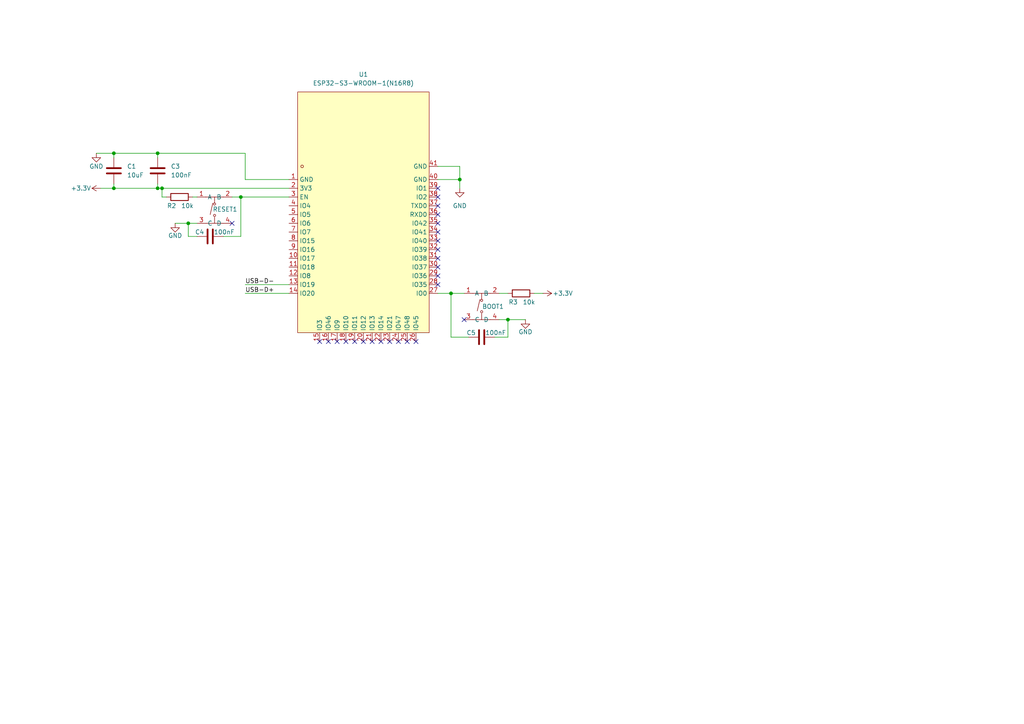
<source format=kicad_sch>
(kicad_sch
	(version 20231120)
	(generator "eeschema")
	(generator_version "8.0")
	(uuid "28e38fa1-9228-4371-a477-be9dc65d1e1a")
	(paper "A4")
	(title_block
		(title "ESP32 Xbox Controller Bottom")
		(date "2025-01-18")
		(rev "1.0")
		(company "jmatt")
	)
	(lib_symbols
		(symbol "Device:C"
			(pin_numbers hide)
			(pin_names
				(offset 0.254)
			)
			(exclude_from_sim no)
			(in_bom yes)
			(on_board yes)
			(property "Reference" "C"
				(at 0.635 2.54 0)
				(effects
					(font
						(size 1.27 1.27)
					)
					(justify left)
				)
			)
			(property "Value" "C"
				(at 0.635 -2.54 0)
				(effects
					(font
						(size 1.27 1.27)
					)
					(justify left)
				)
			)
			(property "Footprint" ""
				(at 0.9652 -3.81 0)
				(effects
					(font
						(size 1.27 1.27)
					)
					(hide yes)
				)
			)
			(property "Datasheet" "~"
				(at 0 0 0)
				(effects
					(font
						(size 1.27 1.27)
					)
					(hide yes)
				)
			)
			(property "Description" "Unpolarized capacitor"
				(at 0 0 0)
				(effects
					(font
						(size 1.27 1.27)
					)
					(hide yes)
				)
			)
			(property "ki_keywords" "cap capacitor"
				(at 0 0 0)
				(effects
					(font
						(size 1.27 1.27)
					)
					(hide yes)
				)
			)
			(property "ki_fp_filters" "C_*"
				(at 0 0 0)
				(effects
					(font
						(size 1.27 1.27)
					)
					(hide yes)
				)
			)
			(symbol "C_0_1"
				(polyline
					(pts
						(xy -2.032 -0.762) (xy 2.032 -0.762)
					)
					(stroke
						(width 0.508)
						(type default)
					)
					(fill
						(type none)
					)
				)
				(polyline
					(pts
						(xy -2.032 0.762) (xy 2.032 0.762)
					)
					(stroke
						(width 0.508)
						(type default)
					)
					(fill
						(type none)
					)
				)
			)
			(symbol "C_1_1"
				(pin passive line
					(at 0 3.81 270)
					(length 2.794)
					(name "~"
						(effects
							(font
								(size 1.27 1.27)
							)
						)
					)
					(number "1"
						(effects
							(font
								(size 1.27 1.27)
							)
						)
					)
				)
				(pin passive line
					(at 0 -3.81 90)
					(length 2.794)
					(name "~"
						(effects
							(font
								(size 1.27 1.27)
							)
						)
					)
					(number "2"
						(effects
							(font
								(size 1.27 1.27)
							)
						)
					)
				)
			)
		)
		(symbol "Device:R"
			(pin_numbers hide)
			(pin_names
				(offset 0)
			)
			(exclude_from_sim no)
			(in_bom yes)
			(on_board yes)
			(property "Reference" "R"
				(at 2.032 0 90)
				(effects
					(font
						(size 1.27 1.27)
					)
				)
			)
			(property "Value" "R"
				(at 0 0 90)
				(effects
					(font
						(size 1.27 1.27)
					)
				)
			)
			(property "Footprint" ""
				(at -1.778 0 90)
				(effects
					(font
						(size 1.27 1.27)
					)
					(hide yes)
				)
			)
			(property "Datasheet" "~"
				(at 0 0 0)
				(effects
					(font
						(size 1.27 1.27)
					)
					(hide yes)
				)
			)
			(property "Description" "Resistor"
				(at 0 0 0)
				(effects
					(font
						(size 1.27 1.27)
					)
					(hide yes)
				)
			)
			(property "ki_keywords" "R res resistor"
				(at 0 0 0)
				(effects
					(font
						(size 1.27 1.27)
					)
					(hide yes)
				)
			)
			(property "ki_fp_filters" "R_*"
				(at 0 0 0)
				(effects
					(font
						(size 1.27 1.27)
					)
					(hide yes)
				)
			)
			(symbol "R_0_1"
				(rectangle
					(start -1.016 -2.54)
					(end 1.016 2.54)
					(stroke
						(width 0.254)
						(type default)
					)
					(fill
						(type none)
					)
				)
			)
			(symbol "R_1_1"
				(pin passive line
					(at 0 3.81 270)
					(length 1.27)
					(name "~"
						(effects
							(font
								(size 1.27 1.27)
							)
						)
					)
					(number "1"
						(effects
							(font
								(size 1.27 1.27)
							)
						)
					)
				)
				(pin passive line
					(at 0 -3.81 90)
					(length 1.27)
					(name "~"
						(effects
							(font
								(size 1.27 1.27)
							)
						)
					)
					(number "2"
						(effects
							(font
								(size 1.27 1.27)
							)
						)
					)
				)
			)
		)
		(symbol "LCSC:ESP32-S3-WROOM-1(N16R8)"
			(exclude_from_sim no)
			(in_bom yes)
			(on_board yes)
			(property "Reference" "U"
				(at 0 20.32 0)
				(effects
					(font
						(size 1.27 1.27)
					)
				)
			)
			(property "Value" "ESP32-S3-WROOM-1(N16R8)"
				(at 0 -40.64 0)
				(effects
					(font
						(size 1.27 1.27)
					)
				)
			)
			(property "Footprint" ":WIRELM-SMD_ESP32-S3-WROOM-1"
				(at 0 -43.18 0)
				(effects
					(font
						(size 1.27 1.27)
					)
					(hide yes)
				)
			)
			(property "Datasheet" ""
				(at 0 0 0)
				(effects
					(font
						(size 1.27 1.27)
					)
					(hide yes)
				)
			)
			(property "Description" ""
				(at 0 0 0)
				(effects
					(font
						(size 1.27 1.27)
					)
					(hide yes)
				)
			)
			(property "LCSC Part" "C2913202"
				(at 0 -45.72 0)
				(effects
					(font
						(size 1.27 1.27)
					)
					(hide yes)
				)
			)
			(symbol "ESP32-S3-WROOM-1(N16R8)_0_1"
				(rectangle
					(start -19.05 36.83)
					(end 19.05 -33.02)
					(stroke
						(width 0)
						(type default)
					)
					(fill
						(type background)
					)
				)
				(circle
					(center -17.78 15.24)
					(radius 0.38)
					(stroke
						(width 0)
						(type default)
					)
					(fill
						(type none)
					)
				)
				(pin unspecified line
					(at -21.59 11.43 0)
					(length 2.54)
					(name "GND"
						(effects
							(font
								(size 1.27 1.27)
							)
						)
					)
					(number "1"
						(effects
							(font
								(size 1.27 1.27)
							)
						)
					)
				)
				(pin unspecified line
					(at -21.59 -11.43 0)
					(length 2.54)
					(name "IO17"
						(effects
							(font
								(size 1.27 1.27)
							)
						)
					)
					(number "10"
						(effects
							(font
								(size 1.27 1.27)
							)
						)
					)
				)
				(pin unspecified line
					(at -21.59 -13.97 0)
					(length 2.54)
					(name "IO18"
						(effects
							(font
								(size 1.27 1.27)
							)
						)
					)
					(number "11"
						(effects
							(font
								(size 1.27 1.27)
							)
						)
					)
				)
				(pin unspecified line
					(at -21.59 -16.51 0)
					(length 2.54)
					(name "IO8"
						(effects
							(font
								(size 1.27 1.27)
							)
						)
					)
					(number "12"
						(effects
							(font
								(size 1.27 1.27)
							)
						)
					)
				)
				(pin unspecified line
					(at -21.59 -19.05 0)
					(length 2.54)
					(name "IO19"
						(effects
							(font
								(size 1.27 1.27)
							)
						)
					)
					(number "13"
						(effects
							(font
								(size 1.27 1.27)
							)
						)
					)
				)
				(pin unspecified line
					(at -21.59 -21.59 0)
					(length 2.54)
					(name "IO20"
						(effects
							(font
								(size 1.27 1.27)
							)
						)
					)
					(number "14"
						(effects
							(font
								(size 1.27 1.27)
							)
						)
					)
				)
				(pin unspecified line
					(at -12.7 -35.56 90)
					(length 2.54)
					(name "IO3"
						(effects
							(font
								(size 1.27 1.27)
							)
						)
					)
					(number "15"
						(effects
							(font
								(size 1.27 1.27)
							)
						)
					)
				)
				(pin unspecified line
					(at -10.16 -35.56 90)
					(length 2.54)
					(name "IO46"
						(effects
							(font
								(size 1.27 1.27)
							)
						)
					)
					(number "16"
						(effects
							(font
								(size 1.27 1.27)
							)
						)
					)
				)
				(pin unspecified line
					(at -7.62 -35.56 90)
					(length 2.54)
					(name "IO9"
						(effects
							(font
								(size 1.27 1.27)
							)
						)
					)
					(number "17"
						(effects
							(font
								(size 1.27 1.27)
							)
						)
					)
				)
				(pin unspecified line
					(at -5.08 -35.56 90)
					(length 2.54)
					(name "IO10"
						(effects
							(font
								(size 1.27 1.27)
							)
						)
					)
					(number "18"
						(effects
							(font
								(size 1.27 1.27)
							)
						)
					)
				)
				(pin unspecified line
					(at -2.54 -35.56 90)
					(length 2.54)
					(name "IO11"
						(effects
							(font
								(size 1.27 1.27)
							)
						)
					)
					(number "19"
						(effects
							(font
								(size 1.27 1.27)
							)
						)
					)
				)
				(pin unspecified line
					(at -21.59 8.89 0)
					(length 2.54)
					(name "3V3"
						(effects
							(font
								(size 1.27 1.27)
							)
						)
					)
					(number "2"
						(effects
							(font
								(size 1.27 1.27)
							)
						)
					)
				)
				(pin unspecified line
					(at 0 -35.56 90)
					(length 2.54)
					(name "IO12"
						(effects
							(font
								(size 1.27 1.27)
							)
						)
					)
					(number "20"
						(effects
							(font
								(size 1.27 1.27)
							)
						)
					)
				)
				(pin unspecified line
					(at 2.54 -35.56 90)
					(length 2.54)
					(name "IO13"
						(effects
							(font
								(size 1.27 1.27)
							)
						)
					)
					(number "21"
						(effects
							(font
								(size 1.27 1.27)
							)
						)
					)
				)
				(pin unspecified line
					(at 5.08 -35.56 90)
					(length 2.54)
					(name "IO14"
						(effects
							(font
								(size 1.27 1.27)
							)
						)
					)
					(number "22"
						(effects
							(font
								(size 1.27 1.27)
							)
						)
					)
				)
				(pin unspecified line
					(at 7.62 -35.56 90)
					(length 2.54)
					(name "IO21"
						(effects
							(font
								(size 1.27 1.27)
							)
						)
					)
					(number "23"
						(effects
							(font
								(size 1.27 1.27)
							)
						)
					)
				)
				(pin unspecified line
					(at 10.16 -35.56 90)
					(length 2.54)
					(name "IO47"
						(effects
							(font
								(size 1.27 1.27)
							)
						)
					)
					(number "24"
						(effects
							(font
								(size 1.27 1.27)
							)
						)
					)
				)
				(pin unspecified line
					(at 12.7 -35.56 90)
					(length 2.54)
					(name "IO48"
						(effects
							(font
								(size 1.27 1.27)
							)
						)
					)
					(number "25"
						(effects
							(font
								(size 1.27 1.27)
							)
						)
					)
				)
				(pin unspecified line
					(at 15.24 -35.56 90)
					(length 2.54)
					(name "IO45"
						(effects
							(font
								(size 1.27 1.27)
							)
						)
					)
					(number "26"
						(effects
							(font
								(size 1.27 1.27)
							)
						)
					)
				)
				(pin unspecified line
					(at 21.59 -21.59 180)
					(length 2.54)
					(name "IO0"
						(effects
							(font
								(size 1.27 1.27)
							)
						)
					)
					(number "27"
						(effects
							(font
								(size 1.27 1.27)
							)
						)
					)
				)
				(pin unspecified line
					(at 21.59 -19.05 180)
					(length 2.54)
					(name "IO35"
						(effects
							(font
								(size 1.27 1.27)
							)
						)
					)
					(number "28"
						(effects
							(font
								(size 1.27 1.27)
							)
						)
					)
				)
				(pin unspecified line
					(at 21.59 -16.51 180)
					(length 2.54)
					(name "IO36"
						(effects
							(font
								(size 1.27 1.27)
							)
						)
					)
					(number "29"
						(effects
							(font
								(size 1.27 1.27)
							)
						)
					)
				)
				(pin unspecified line
					(at -21.59 6.35 0)
					(length 2.54)
					(name "EN"
						(effects
							(font
								(size 1.27 1.27)
							)
						)
					)
					(number "3"
						(effects
							(font
								(size 1.27 1.27)
							)
						)
					)
				)
				(pin unspecified line
					(at 21.59 -13.97 180)
					(length 2.54)
					(name "IO37"
						(effects
							(font
								(size 1.27 1.27)
							)
						)
					)
					(number "30"
						(effects
							(font
								(size 1.27 1.27)
							)
						)
					)
				)
				(pin unspecified line
					(at 21.59 -11.43 180)
					(length 2.54)
					(name "IO38"
						(effects
							(font
								(size 1.27 1.27)
							)
						)
					)
					(number "31"
						(effects
							(font
								(size 1.27 1.27)
							)
						)
					)
				)
				(pin unspecified line
					(at 21.59 -8.89 180)
					(length 2.54)
					(name "IO39"
						(effects
							(font
								(size 1.27 1.27)
							)
						)
					)
					(number "32"
						(effects
							(font
								(size 1.27 1.27)
							)
						)
					)
				)
				(pin unspecified line
					(at 21.59 -6.35 180)
					(length 2.54)
					(name "IO40"
						(effects
							(font
								(size 1.27 1.27)
							)
						)
					)
					(number "33"
						(effects
							(font
								(size 1.27 1.27)
							)
						)
					)
				)
				(pin unspecified line
					(at 21.59 -3.81 180)
					(length 2.54)
					(name "IO41"
						(effects
							(font
								(size 1.27 1.27)
							)
						)
					)
					(number "34"
						(effects
							(font
								(size 1.27 1.27)
							)
						)
					)
				)
				(pin unspecified line
					(at 21.59 -1.27 180)
					(length 2.54)
					(name "IO42"
						(effects
							(font
								(size 1.27 1.27)
							)
						)
					)
					(number "35"
						(effects
							(font
								(size 1.27 1.27)
							)
						)
					)
				)
				(pin unspecified line
					(at 21.59 1.27 180)
					(length 2.54)
					(name "RXD0"
						(effects
							(font
								(size 1.27 1.27)
							)
						)
					)
					(number "36"
						(effects
							(font
								(size 1.27 1.27)
							)
						)
					)
				)
				(pin unspecified line
					(at 21.59 3.81 180)
					(length 2.54)
					(name "TXD0"
						(effects
							(font
								(size 1.27 1.27)
							)
						)
					)
					(number "37"
						(effects
							(font
								(size 1.27 1.27)
							)
						)
					)
				)
				(pin unspecified line
					(at 21.59 6.35 180)
					(length 2.54)
					(name "IO2"
						(effects
							(font
								(size 1.27 1.27)
							)
						)
					)
					(number "38"
						(effects
							(font
								(size 1.27 1.27)
							)
						)
					)
				)
				(pin unspecified line
					(at 21.59 8.89 180)
					(length 2.54)
					(name "IO1"
						(effects
							(font
								(size 1.27 1.27)
							)
						)
					)
					(number "39"
						(effects
							(font
								(size 1.27 1.27)
							)
						)
					)
				)
				(pin unspecified line
					(at -21.59 3.81 0)
					(length 2.54)
					(name "IO4"
						(effects
							(font
								(size 1.27 1.27)
							)
						)
					)
					(number "4"
						(effects
							(font
								(size 1.27 1.27)
							)
						)
					)
				)
				(pin unspecified line
					(at 21.59 11.43 180)
					(length 2.54)
					(name "GND"
						(effects
							(font
								(size 1.27 1.27)
							)
						)
					)
					(number "40"
						(effects
							(font
								(size 1.27 1.27)
							)
						)
					)
				)
				(pin unspecified line
					(at 21.59 15.24 180)
					(length 2.54)
					(name "GND"
						(effects
							(font
								(size 1.27 1.27)
							)
						)
					)
					(number "41"
						(effects
							(font
								(size 1.27 1.27)
							)
						)
					)
				)
				(pin unspecified line
					(at -21.59 1.27 0)
					(length 2.54)
					(name "IO5"
						(effects
							(font
								(size 1.27 1.27)
							)
						)
					)
					(number "5"
						(effects
							(font
								(size 1.27 1.27)
							)
						)
					)
				)
				(pin unspecified line
					(at -21.59 -1.27 0)
					(length 2.54)
					(name "IO6"
						(effects
							(font
								(size 1.27 1.27)
							)
						)
					)
					(number "6"
						(effects
							(font
								(size 1.27 1.27)
							)
						)
					)
				)
				(pin unspecified line
					(at -21.59 -3.81 0)
					(length 2.54)
					(name "IO7"
						(effects
							(font
								(size 1.27 1.27)
							)
						)
					)
					(number "7"
						(effects
							(font
								(size 1.27 1.27)
							)
						)
					)
				)
				(pin unspecified line
					(at -21.59 -6.35 0)
					(length 2.54)
					(name "IO15"
						(effects
							(font
								(size 1.27 1.27)
							)
						)
					)
					(number "8"
						(effects
							(font
								(size 1.27 1.27)
							)
						)
					)
				)
				(pin unspecified line
					(at -21.59 -8.89 0)
					(length 2.54)
					(name "IO16"
						(effects
							(font
								(size 1.27 1.27)
							)
						)
					)
					(number "9"
						(effects
							(font
								(size 1.27 1.27)
							)
						)
					)
				)
			)
		)
		(symbol "LCSC:TS-1187A-B-A-B"
			(exclude_from_sim no)
			(in_bom yes)
			(on_board yes)
			(property "Reference" "SW"
				(at 0 7.62 0)
				(effects
					(font
						(size 1.27 1.27)
					)
				)
			)
			(property "Value" "TS-1187A-B-A-B"
				(at 0 -10.16 0)
				(effects
					(font
						(size 1.27 1.27)
					)
				)
			)
			(property "Footprint" ":SW-SMD_4P-L5.1-W5.1-P3.70-LS6.5-TL-2"
				(at 0 -12.7 0)
				(effects
					(font
						(size 1.27 1.27)
					)
					(hide yes)
				)
			)
			(property "Datasheet" "https://lcsc.com/product-detail/Tactile-Switches_XKB-Enterprise-TS-1187-B-A-A_C318884.html"
				(at 0 -15.24 0)
				(effects
					(font
						(size 1.27 1.27)
					)
					(hide yes)
				)
			)
			(property "Description" ""
				(at 0 0 0)
				(effects
					(font
						(size 1.27 1.27)
					)
					(hide yes)
				)
			)
			(property "LCSC Part" "C318884"
				(at 0 -17.78 0)
				(effects
					(font
						(size 1.27 1.27)
					)
					(hide yes)
				)
			)
			(symbol "TS-1187A-B-A-B_0_1"
				(circle
					(center 0 -2.79)
					(radius 0.32)
					(stroke
						(width 0)
						(type default)
					)
					(fill
						(type none)
					)
				)
				(polyline
					(pts
						(xy -2.54 -5.08) (xy 2.54 -5.08)
					)
					(stroke
						(width 0)
						(type default)
					)
					(fill
						(type none)
					)
				)
				(polyline
					(pts
						(xy -2.54 2.54) (xy 2.54 2.54)
					)
					(stroke
						(width 0)
						(type default)
					)
					(fill
						(type none)
					)
				)
				(polyline
					(pts
						(xy -0.51 0.76) (xy -1.27 -2.54)
					)
					(stroke
						(width 0)
						(type default)
					)
					(fill
						(type none)
					)
				)
				(polyline
					(pts
						(xy 0 -3.3) (xy 0 -5.08)
					)
					(stroke
						(width 0)
						(type default)
					)
					(fill
						(type none)
					)
				)
				(polyline
					(pts
						(xy 0 0.76) (xy 0 2.54)
					)
					(stroke
						(width 0)
						(type default)
					)
					(fill
						(type none)
					)
				)
				(circle
					(center 0 0.51)
					(radius 0.32)
					(stroke
						(width 0)
						(type default)
					)
					(fill
						(type none)
					)
				)
				(pin unspecified line
					(at -5.08 2.54 0)
					(length 2.54)
					(name "A"
						(effects
							(font
								(size 1.27 1.27)
							)
						)
					)
					(number "1"
						(effects
							(font
								(size 1.27 1.27)
							)
						)
					)
				)
				(pin unspecified line
					(at 5.08 2.54 180)
					(length 2.54)
					(name "B"
						(effects
							(font
								(size 1.27 1.27)
							)
						)
					)
					(number "2"
						(effects
							(font
								(size 1.27 1.27)
							)
						)
					)
				)
				(pin unspecified line
					(at -5.08 -5.08 0)
					(length 2.54)
					(name "C"
						(effects
							(font
								(size 1.27 1.27)
							)
						)
					)
					(number "3"
						(effects
							(font
								(size 1.27 1.27)
							)
						)
					)
				)
				(pin unspecified line
					(at 5.08 -5.08 180)
					(length 2.54)
					(name "D"
						(effects
							(font
								(size 1.27 1.27)
							)
						)
					)
					(number "4"
						(effects
							(font
								(size 1.27 1.27)
							)
						)
					)
				)
			)
		)
		(symbol "power:+5V"
			(power)
			(pin_numbers hide)
			(pin_names
				(offset 0) hide)
			(exclude_from_sim no)
			(in_bom yes)
			(on_board yes)
			(property "Reference" "#PWR"
				(at 0 -3.81 0)
				(effects
					(font
						(size 1.27 1.27)
					)
					(hide yes)
				)
			)
			(property "Value" "+5V"
				(at 0 3.556 0)
				(effects
					(font
						(size 1.27 1.27)
					)
				)
			)
			(property "Footprint" ""
				(at 0 0 0)
				(effects
					(font
						(size 1.27 1.27)
					)
					(hide yes)
				)
			)
			(property "Datasheet" ""
				(at 0 0 0)
				(effects
					(font
						(size 1.27 1.27)
					)
					(hide yes)
				)
			)
			(property "Description" "Power symbol creates a global label with name \"+5V\""
				(at 0 0 0)
				(effects
					(font
						(size 1.27 1.27)
					)
					(hide yes)
				)
			)
			(property "ki_keywords" "global power"
				(at 0 0 0)
				(effects
					(font
						(size 1.27 1.27)
					)
					(hide yes)
				)
			)
			(symbol "+5V_0_1"
				(polyline
					(pts
						(xy -0.762 1.27) (xy 0 2.54)
					)
					(stroke
						(width 0)
						(type default)
					)
					(fill
						(type none)
					)
				)
				(polyline
					(pts
						(xy 0 0) (xy 0 2.54)
					)
					(stroke
						(width 0)
						(type default)
					)
					(fill
						(type none)
					)
				)
				(polyline
					(pts
						(xy 0 2.54) (xy 0.762 1.27)
					)
					(stroke
						(width 0)
						(type default)
					)
					(fill
						(type none)
					)
				)
			)
			(symbol "+5V_1_1"
				(pin power_in line
					(at 0 0 90)
					(length 0)
					(name "~"
						(effects
							(font
								(size 1.27 1.27)
							)
						)
					)
					(number "1"
						(effects
							(font
								(size 1.27 1.27)
							)
						)
					)
				)
			)
		)
		(symbol "power:GND"
			(power)
			(pin_numbers hide)
			(pin_names
				(offset 0) hide)
			(exclude_from_sim no)
			(in_bom yes)
			(on_board yes)
			(property "Reference" "#PWR"
				(at 0 -6.35 0)
				(effects
					(font
						(size 1.27 1.27)
					)
					(hide yes)
				)
			)
			(property "Value" "GND"
				(at 0 -3.81 0)
				(effects
					(font
						(size 1.27 1.27)
					)
				)
			)
			(property "Footprint" ""
				(at 0 0 0)
				(effects
					(font
						(size 1.27 1.27)
					)
					(hide yes)
				)
			)
			(property "Datasheet" ""
				(at 0 0 0)
				(effects
					(font
						(size 1.27 1.27)
					)
					(hide yes)
				)
			)
			(property "Description" "Power symbol creates a global label with name \"GND\" , ground"
				(at 0 0 0)
				(effects
					(font
						(size 1.27 1.27)
					)
					(hide yes)
				)
			)
			(property "ki_keywords" "global power"
				(at 0 0 0)
				(effects
					(font
						(size 1.27 1.27)
					)
					(hide yes)
				)
			)
			(symbol "GND_0_1"
				(polyline
					(pts
						(xy 0 0) (xy 0 -1.27) (xy 1.27 -1.27) (xy 0 -2.54) (xy -1.27 -1.27) (xy 0 -1.27)
					)
					(stroke
						(width 0)
						(type default)
					)
					(fill
						(type none)
					)
				)
			)
			(symbol "GND_1_1"
				(pin power_in line
					(at 0 0 270)
					(length 0)
					(name "~"
						(effects
							(font
								(size 1.27 1.27)
							)
						)
					)
					(number "1"
						(effects
							(font
								(size 1.27 1.27)
							)
						)
					)
				)
			)
		)
	)
	(junction
		(at 133.35 52.07)
		(diameter 0)
		(color 0 0 0 0)
		(uuid "1c564fbd-8e3e-4065-98ba-a82b6649ba5c")
	)
	(junction
		(at 45.72 54.61)
		(diameter 0)
		(color 0 0 0 0)
		(uuid "20caf61e-245c-4dbc-9055-1581a9a43d35")
	)
	(junction
		(at 54.61 64.77)
		(diameter 0)
		(color 0 0 0 0)
		(uuid "23c23d55-8a80-42ce-b16f-b71b6f8c336b")
	)
	(junction
		(at 69.85 57.15)
		(diameter 0)
		(color 0 0 0 0)
		(uuid "284953cb-fbde-44a2-9f10-96cc1a8aae91")
	)
	(junction
		(at 33.02 54.61)
		(diameter 0)
		(color 0 0 0 0)
		(uuid "3d758d8c-2eca-44c3-a112-d7403c207cbf")
	)
	(junction
		(at 33.02 44.45)
		(diameter 0)
		(color 0 0 0 0)
		(uuid "4f430a4e-dd65-418c-8c98-d2a63e6f8159")
	)
	(junction
		(at 45.72 44.45)
		(diameter 0)
		(color 0 0 0 0)
		(uuid "6d3a4840-2680-4ae9-908f-55f80fe91bbd")
	)
	(junction
		(at 46.99 54.61)
		(diameter 0)
		(color 0 0 0 0)
		(uuid "7057240d-40d3-439c-be88-1a2b1158895e")
	)
	(junction
		(at 147.32 92.71)
		(diameter 0)
		(color 0 0 0 0)
		(uuid "9c9a2427-4812-4deb-92dd-45a4f0e29937")
	)
	(junction
		(at 130.81 85.09)
		(diameter 0)
		(color 0 0 0 0)
		(uuid "bb0762b2-f98a-4caf-9898-75a94d6e52bb")
	)
	(no_connect
		(at 127 77.47)
		(uuid "0161f703-0f97-4a21-9be9-787a6c77671f")
	)
	(no_connect
		(at 107.95 99.06)
		(uuid "0f326753-aa8c-4099-8bbf-4add20d82ebe")
	)
	(no_connect
		(at 127 57.15)
		(uuid "19549d11-dcf6-4466-bf81-98c91ddc387b")
	)
	(no_connect
		(at 95.25 99.06)
		(uuid "2684438d-d3ef-4cb6-a0ee-503762fae37a")
	)
	(no_connect
		(at 110.49 99.06)
		(uuid "35cac49d-7a20-47a4-b6d5-d1ff62210bfa")
	)
	(no_connect
		(at 102.87 99.06)
		(uuid "378c92bb-f6ad-45f8-bf62-fc470054650b")
	)
	(no_connect
		(at 134.62 92.71)
		(uuid "458a947c-3a94-45f8-a181-bb48c60c5430")
	)
	(no_connect
		(at 120.65 99.06)
		(uuid "4e30f743-5605-41f8-8b0e-38d6c5ce5c40")
	)
	(no_connect
		(at 127 72.39)
		(uuid "55b4f6ef-b0a7-41c6-9ba4-3d63221f0702")
	)
	(no_connect
		(at 100.33 99.06)
		(uuid "59f63353-6f11-407c-9b0b-485750e19d32")
	)
	(no_connect
		(at 115.57 99.06)
		(uuid "71fdc62f-908a-4118-8b9b-258e9b99ef64")
	)
	(no_connect
		(at 67.31 64.77)
		(uuid "73c37a1b-c71c-441b-b522-a046817e160f")
	)
	(no_connect
		(at 127 64.77)
		(uuid "7b39a439-49a1-4a1e-bcc8-984ac395044e")
	)
	(no_connect
		(at 127 82.55)
		(uuid "84576e3a-f665-4478-9b62-ce1a64e8ecc9")
	)
	(no_connect
		(at 113.03 99.06)
		(uuid "8a4c827c-d5b3-4b37-ad05-d441a9fc844d")
	)
	(no_connect
		(at 127 59.69)
		(uuid "8c94ce10-e061-495b-b043-1c71c9a9f026")
	)
	(no_connect
		(at 97.79 99.06)
		(uuid "9d0b0594-ceba-4f70-9309-ada5906a6730")
	)
	(no_connect
		(at 92.71 99.06)
		(uuid "a02fdfaf-2e92-460e-9241-369b458ebb39")
	)
	(no_connect
		(at 105.41 99.06)
		(uuid "c0c55c87-1c35-4e51-a62a-a8177d53470a")
	)
	(no_connect
		(at 127 54.61)
		(uuid "d3197b5b-dd1e-43cc-bc80-1dbf17fc5119")
	)
	(no_connect
		(at 127 67.31)
		(uuid "e535e2c7-6d7c-4999-a76c-202894677faa")
	)
	(no_connect
		(at 127 80.01)
		(uuid "ebd700ba-5b57-4124-951f-28a75834f512")
	)
	(no_connect
		(at 127 62.23)
		(uuid "efbd5863-3927-4662-98fb-69887784e88a")
	)
	(no_connect
		(at 127 69.85)
		(uuid "f50dd1a0-d673-41f0-bf15-520cd59b38f9")
	)
	(no_connect
		(at 127 74.93)
		(uuid "f7677250-2bbd-42e3-9cdb-85e3aa2cd233")
	)
	(no_connect
		(at 118.11 99.06)
		(uuid "fbce5686-41e5-47d6-8f84-c227c0b4e256")
	)
	(wire
		(pts
			(xy 133.35 52.07) (xy 133.35 48.26)
		)
		(stroke
			(width 0)
			(type default)
		)
		(uuid "0cbbdd02-0542-4796-9f22-b7c40a9f7a0a")
	)
	(wire
		(pts
			(xy 147.32 92.71) (xy 152.4 92.71)
		)
		(stroke
			(width 0)
			(type default)
		)
		(uuid "1842e1b3-358e-4268-ba5c-d66773078ede")
	)
	(wire
		(pts
			(xy 69.85 68.58) (xy 69.85 57.15)
		)
		(stroke
			(width 0)
			(type default)
		)
		(uuid "1ac523b2-bcd1-4d34-aa23-e72453e620d8")
	)
	(wire
		(pts
			(xy 50.8 64.77) (xy 54.61 64.77)
		)
		(stroke
			(width 0)
			(type default)
		)
		(uuid "1b8516af-2f05-4c9c-9570-8e5e267fc364")
	)
	(wire
		(pts
			(xy 33.02 44.45) (xy 45.72 44.45)
		)
		(stroke
			(width 0)
			(type default)
		)
		(uuid "1c7a052a-d6e8-45b7-9586-c19c76d90141")
	)
	(wire
		(pts
			(xy 29.21 54.61) (xy 33.02 54.61)
		)
		(stroke
			(width 0)
			(type default)
		)
		(uuid "24c5b13f-3f4e-4eb3-9bb1-503a332fc0b1")
	)
	(wire
		(pts
			(xy 33.02 54.61) (xy 45.72 54.61)
		)
		(stroke
			(width 0)
			(type default)
		)
		(uuid "34764e75-6bbb-48f6-9737-6b524a0a220b")
	)
	(wire
		(pts
			(xy 67.31 57.15) (xy 69.85 57.15)
		)
		(stroke
			(width 0)
			(type default)
		)
		(uuid "34d0a3cd-50fd-47fe-8d31-f1b37b5e3b42")
	)
	(wire
		(pts
			(xy 130.81 85.09) (xy 134.62 85.09)
		)
		(stroke
			(width 0)
			(type default)
		)
		(uuid "3c05075d-063c-43e1-9ec0-319a32f9f793")
	)
	(wire
		(pts
			(xy 64.77 68.58) (xy 69.85 68.58)
		)
		(stroke
			(width 0)
			(type default)
		)
		(uuid "3cb827f1-ea24-406c-a7e2-e982b488fd35")
	)
	(wire
		(pts
			(xy 130.81 85.09) (xy 130.81 97.79)
		)
		(stroke
			(width 0)
			(type default)
		)
		(uuid "3ed255a3-5e99-4ef8-838a-558dd21423c3")
	)
	(wire
		(pts
			(xy 45.72 45.72) (xy 45.72 44.45)
		)
		(stroke
			(width 0)
			(type default)
		)
		(uuid "40016c8c-50e2-4c79-8df0-a94d7f6d2d63")
	)
	(wire
		(pts
			(xy 54.61 64.77) (xy 57.15 64.77)
		)
		(stroke
			(width 0)
			(type default)
		)
		(uuid "4772140e-12b0-475e-bd3e-64608983a41e")
	)
	(wire
		(pts
			(xy 71.12 82.55) (xy 83.82 82.55)
		)
		(stroke
			(width 0)
			(type default)
		)
		(uuid "49b0e8ed-1a97-4ac3-bb4b-c5d2c183418e")
	)
	(wire
		(pts
			(xy 154.94 85.09) (xy 157.48 85.09)
		)
		(stroke
			(width 0)
			(type default)
		)
		(uuid "4dd1f69a-029a-4d3b-b05f-3951ce073b40")
	)
	(wire
		(pts
			(xy 127 52.07) (xy 133.35 52.07)
		)
		(stroke
			(width 0)
			(type default)
		)
		(uuid "4e9d315a-2e9a-42cc-9e02-83660459b780")
	)
	(wire
		(pts
			(xy 54.61 64.77) (xy 54.61 68.58)
		)
		(stroke
			(width 0)
			(type default)
		)
		(uuid "54e529c9-fed0-4da6-b2e2-ca6e9e01c6bb")
	)
	(wire
		(pts
			(xy 27.94 44.45) (xy 33.02 44.45)
		)
		(stroke
			(width 0)
			(type default)
		)
		(uuid "674cdf48-75ab-44bb-b1f1-956f86a52d22")
	)
	(wire
		(pts
			(xy 127 85.09) (xy 130.81 85.09)
		)
		(stroke
			(width 0)
			(type default)
		)
		(uuid "7962386f-7d47-4804-9106-33cceec78e32")
	)
	(wire
		(pts
			(xy 147.32 92.71) (xy 147.32 97.79)
		)
		(stroke
			(width 0)
			(type default)
		)
		(uuid "7b882d5c-9846-4daf-814e-7c5b798422b6")
	)
	(wire
		(pts
			(xy 45.72 53.34) (xy 45.72 54.61)
		)
		(stroke
			(width 0)
			(type default)
		)
		(uuid "81733279-68d2-4095-a6f9-839becf31abb")
	)
	(wire
		(pts
			(xy 46.99 57.15) (xy 48.26 57.15)
		)
		(stroke
			(width 0)
			(type default)
		)
		(uuid "87ee4408-e764-4ba4-ba2f-22945f62ce1c")
	)
	(wire
		(pts
			(xy 33.02 44.45) (xy 33.02 45.72)
		)
		(stroke
			(width 0)
			(type default)
		)
		(uuid "9061fe8d-c074-4846-898e-fca38d7c0567")
	)
	(wire
		(pts
			(xy 144.78 85.09) (xy 147.32 85.09)
		)
		(stroke
			(width 0)
			(type default)
		)
		(uuid "93c79f2c-2119-4891-8340-326cedaa5c6c")
	)
	(wire
		(pts
			(xy 127 48.26) (xy 133.35 48.26)
		)
		(stroke
			(width 0)
			(type default)
		)
		(uuid "a61791df-9367-40c3-83cc-a27940e3928d")
	)
	(wire
		(pts
			(xy 45.72 54.61) (xy 46.99 54.61)
		)
		(stroke
			(width 0)
			(type default)
		)
		(uuid "a9ffe7e8-683c-46c6-8094-81b45acc7bd7")
	)
	(wire
		(pts
			(xy 46.99 57.15) (xy 46.99 54.61)
		)
		(stroke
			(width 0)
			(type default)
		)
		(uuid "ac12bf3b-74c6-4c9b-89fc-74be6b2636d4")
	)
	(wire
		(pts
			(xy 133.35 52.07) (xy 133.35 54.61)
		)
		(stroke
			(width 0)
			(type default)
		)
		(uuid "ac766276-a62e-4471-bdcd-a1da5bbdfa2e")
	)
	(wire
		(pts
			(xy 69.85 57.15) (xy 83.82 57.15)
		)
		(stroke
			(width 0)
			(type default)
		)
		(uuid "b43f6b68-6926-4ade-af51-621f4d252d93")
	)
	(wire
		(pts
			(xy 46.99 54.61) (xy 83.82 54.61)
		)
		(stroke
			(width 0)
			(type default)
		)
		(uuid "b6b9d7b3-1952-499f-8190-febafa0dc3e1")
	)
	(wire
		(pts
			(xy 144.78 92.71) (xy 147.32 92.71)
		)
		(stroke
			(width 0)
			(type default)
		)
		(uuid "ba0462df-aefa-4b35-90f0-f0e1932ef912")
	)
	(wire
		(pts
			(xy 54.61 68.58) (xy 57.15 68.58)
		)
		(stroke
			(width 0)
			(type default)
		)
		(uuid "bcd60f2a-60fd-49fd-b77d-7c94f4f58094")
	)
	(wire
		(pts
			(xy 71.12 52.07) (xy 71.12 44.45)
		)
		(stroke
			(width 0)
			(type default)
		)
		(uuid "bd8c64cc-a732-4e2c-b3c6-1c6be2c361fa")
	)
	(wire
		(pts
			(xy 147.32 97.79) (xy 143.51 97.79)
		)
		(stroke
			(width 0)
			(type default)
		)
		(uuid "d079a271-e8ba-4b5a-9420-28987fbf7349")
	)
	(wire
		(pts
			(xy 130.81 97.79) (xy 135.89 97.79)
		)
		(stroke
			(width 0)
			(type default)
		)
		(uuid "d17e7079-755a-440a-b559-54e3421ba0da")
	)
	(wire
		(pts
			(xy 71.12 85.09) (xy 83.82 85.09)
		)
		(stroke
			(width 0)
			(type default)
		)
		(uuid "d3f47f5a-34d2-4e69-95bd-b674d2b1684c")
	)
	(wire
		(pts
			(xy 33.02 53.34) (xy 33.02 54.61)
		)
		(stroke
			(width 0)
			(type default)
		)
		(uuid "dc45d813-ba36-41f3-b1f3-9ee834e2b15a")
	)
	(wire
		(pts
			(xy 55.88 57.15) (xy 57.15 57.15)
		)
		(stroke
			(width 0)
			(type default)
		)
		(uuid "de0d7bcc-990b-4955-b7c6-258bd720c7a0")
	)
	(wire
		(pts
			(xy 45.72 44.45) (xy 71.12 44.45)
		)
		(stroke
			(width 0)
			(type default)
		)
		(uuid "f21053af-9bfd-47c0-9c4d-93ece9cbed74")
	)
	(wire
		(pts
			(xy 83.82 52.07) (xy 71.12 52.07)
		)
		(stroke
			(width 0)
			(type default)
		)
		(uuid "f6e62153-e51a-475c-941e-b41bc958beaa")
	)
	(label "USB-D+"
		(at 71.12 85.09 0)
		(fields_autoplaced yes)
		(effects
			(font
				(size 1.27 1.27)
			)
			(justify left bottom)
		)
		(uuid "96328181-6456-44be-8785-a81ea707676c")
	)
	(label "USB-D-"
		(at 71.12 82.55 0)
		(fields_autoplaced yes)
		(effects
			(font
				(size 1.27 1.27)
			)
			(justify left bottom)
		)
		(uuid "b867adbf-6c93-438f-b911-08bcf3bbe790")
	)
	(symbol
		(lib_id "power:+5V")
		(at 157.48 85.09 270)
		(unit 1)
		(exclude_from_sim no)
		(in_bom yes)
		(on_board yes)
		(dnp no)
		(uuid "023f8a27-7874-4e3d-97dd-384d0f10a9c7")
		(property "Reference" "#PWR011"
			(at 153.67 85.09 0)
			(effects
				(font
					(size 1.27 1.27)
				)
				(hide yes)
			)
		)
		(property "Value" "+3.3V"
			(at 160.274 85.09 90)
			(effects
				(font
					(size 1.27 1.27)
				)
				(justify left)
			)
		)
		(property "Footprint" ""
			(at 157.48 85.09 0)
			(effects
				(font
					(size 1.27 1.27)
				)
				(hide yes)
			)
		)
		(property "Datasheet" ""
			(at 157.48 85.09 0)
			(effects
				(font
					(size 1.27 1.27)
				)
				(hide yes)
			)
		)
		(property "Description" "Power symbol creates a global label with name \"+5V\""
			(at 157.48 85.09 0)
			(effects
				(font
					(size 1.27 1.27)
				)
				(hide yes)
			)
		)
		(pin "1"
			(uuid "ad7571b8-27b6-4a0f-a803-f204315e6b6c")
		)
		(instances
			(project "bottom_board"
				(path "/28e38fa1-9228-4371-a477-be9dc65d1e1a"
					(reference "#PWR011")
					(unit 1)
				)
			)
		)
	)
	(symbol
		(lib_id "power:GND")
		(at 152.4 92.71 0)
		(unit 1)
		(exclude_from_sim no)
		(in_bom yes)
		(on_board yes)
		(dnp no)
		(uuid "03a52012-9732-4485-9a9e-861e15ce0d9d")
		(property "Reference" "#PWR010"
			(at 152.4 99.06 0)
			(effects
				(font
					(size 1.27 1.27)
				)
				(hide yes)
			)
		)
		(property "Value" "GND"
			(at 150.368 96.266 0)
			(effects
				(font
					(size 1.27 1.27)
				)
				(justify left)
			)
		)
		(property "Footprint" ""
			(at 152.4 92.71 0)
			(effects
				(font
					(size 1.27 1.27)
				)
				(hide yes)
			)
		)
		(property "Datasheet" ""
			(at 152.4 92.71 0)
			(effects
				(font
					(size 1.27 1.27)
				)
				(hide yes)
			)
		)
		(property "Description" "Power symbol creates a global label with name \"GND\" , ground"
			(at 152.4 92.71 0)
			(effects
				(font
					(size 1.27 1.27)
				)
				(hide yes)
			)
		)
		(pin "1"
			(uuid "52a05021-5d18-42f4-b856-e42ea0de76cd")
		)
		(instances
			(project "bottom_board"
				(path "/28e38fa1-9228-4371-a477-be9dc65d1e1a"
					(reference "#PWR010")
					(unit 1)
				)
			)
		)
	)
	(symbol
		(lib_id "Device:C")
		(at 60.96 68.58 90)
		(unit 1)
		(exclude_from_sim no)
		(in_bom yes)
		(on_board yes)
		(dnp no)
		(uuid "03b83182-1a07-4e1b-818d-58d2d87ca965")
		(property "Reference" "C4"
			(at 57.912 67.31 90)
			(effects
				(font
					(size 1.27 1.27)
				)
			)
		)
		(property "Value" "100nF"
			(at 65.024 67.31 90)
			(effects
				(font
					(size 1.27 1.27)
				)
			)
		)
		(property "Footprint" "Capacitor_SMD:C_0402_1005Metric"
			(at 64.77 67.6148 0)
			(effects
				(font
					(size 1.27 1.27)
				)
				(hide yes)
			)
		)
		(property "Datasheet" "~"
			(at 60.96 68.58 0)
			(effects
				(font
					(size 1.27 1.27)
				)
				(hide yes)
			)
		)
		(property "Description" "Unpolarized capacitor"
			(at 60.96 68.58 0)
			(effects
				(font
					(size 1.27 1.27)
				)
				(hide yes)
			)
		)
		(property "LCSC Part" "C307331"
			(at 60.96 68.58 0)
			(effects
				(font
					(size 1.27 1.27)
				)
				(hide yes)
			)
		)
		(pin "2"
			(uuid "242d8430-48fa-4367-b80f-cf6fe5aad6a8")
		)
		(pin "1"
			(uuid "c11343dd-3386-471f-84cc-2c4d04ca1d3e")
		)
		(instances
			(project "bottom_board"
				(path "/28e38fa1-9228-4371-a477-be9dc65d1e1a"
					(reference "C4")
					(unit 1)
				)
			)
		)
	)
	(symbol
		(lib_id "power:+5V")
		(at 29.21 54.61 90)
		(unit 1)
		(exclude_from_sim no)
		(in_bom yes)
		(on_board yes)
		(dnp no)
		(uuid "1e21f7ff-4c1f-4e9e-8f35-5de179f7287a")
		(property "Reference" "#PWR02"
			(at 33.02 54.61 0)
			(effects
				(font
					(size 1.27 1.27)
				)
				(hide yes)
			)
		)
		(property "Value" "+3.3V"
			(at 26.416 54.61 90)
			(effects
				(font
					(size 1.27 1.27)
				)
				(justify left)
			)
		)
		(property "Footprint" ""
			(at 29.21 54.61 0)
			(effects
				(font
					(size 1.27 1.27)
				)
				(hide yes)
			)
		)
		(property "Datasheet" ""
			(at 29.21 54.61 0)
			(effects
				(font
					(size 1.27 1.27)
				)
				(hide yes)
			)
		)
		(property "Description" "Power symbol creates a global label with name \"+5V\""
			(at 29.21 54.61 0)
			(effects
				(font
					(size 1.27 1.27)
				)
				(hide yes)
			)
		)
		(pin "1"
			(uuid "9697d914-621d-47ef-994e-36bd27794c2a")
		)
		(instances
			(project "bottom_board"
				(path "/28e38fa1-9228-4371-a477-be9dc65d1e1a"
					(reference "#PWR02")
					(unit 1)
				)
			)
		)
	)
	(symbol
		(lib_id "power:GND")
		(at 27.94 44.45 0)
		(unit 1)
		(exclude_from_sim no)
		(in_bom yes)
		(on_board yes)
		(dnp no)
		(uuid "1eb96d16-ba81-44ef-8d1d-3d7c149c159d")
		(property "Reference" "#PWR01"
			(at 27.94 50.8 0)
			(effects
				(font
					(size 1.27 1.27)
				)
				(hide yes)
			)
		)
		(property "Value" "GND"
			(at 27.94 48.26 0)
			(effects
				(font
					(size 1.27 1.27)
				)
			)
		)
		(property "Footprint" ""
			(at 27.94 44.45 0)
			(effects
				(font
					(size 1.27 1.27)
				)
				(hide yes)
			)
		)
		(property "Datasheet" ""
			(at 27.94 44.45 0)
			(effects
				(font
					(size 1.27 1.27)
				)
				(hide yes)
			)
		)
		(property "Description" "Power symbol creates a global label with name \"GND\" , ground"
			(at 27.94 44.45 0)
			(effects
				(font
					(size 1.27 1.27)
				)
				(hide yes)
			)
		)
		(pin "1"
			(uuid "32250b32-c7bb-4745-bcc3-8ae43b88392a")
		)
		(instances
			(project "bottom_board"
				(path "/28e38fa1-9228-4371-a477-be9dc65d1e1a"
					(reference "#PWR01")
					(unit 1)
				)
			)
		)
	)
	(symbol
		(lib_id "Device:R")
		(at 151.13 85.09 90)
		(unit 1)
		(exclude_from_sim no)
		(in_bom yes)
		(on_board yes)
		(dnp no)
		(uuid "2cd92ef4-61ce-4294-867f-3f2b67c51370")
		(property "Reference" "R3"
			(at 148.844 87.63 90)
			(effects
				(font
					(size 1.27 1.27)
				)
			)
		)
		(property "Value" "10k"
			(at 153.416 87.63 90)
			(effects
				(font
					(size 1.27 1.27)
				)
			)
		)
		(property "Footprint" "Resistor_SMD:R_0402_1005Metric"
			(at 151.13 86.868 90)
			(effects
				(font
					(size 1.27 1.27)
				)
				(hide yes)
			)
		)
		(property "Datasheet" "~"
			(at 151.13 85.09 0)
			(effects
				(font
					(size 1.27 1.27)
				)
				(hide yes)
			)
		)
		(property "Description" "Resistor"
			(at 151.13 85.09 0)
			(effects
				(font
					(size 1.27 1.27)
				)
				(hide yes)
			)
		)
		(property "LCSC Part" "C25744"
			(at 151.13 85.09 0)
			(effects
				(font
					(size 1.27 1.27)
				)
				(hide yes)
			)
		)
		(pin "1"
			(uuid "32d0f5bf-6bb9-4b6e-afed-307dc14444cd")
		)
		(pin "2"
			(uuid "2b576bde-ecc9-4240-a670-c1525fced515")
		)
		(instances
			(project "bottom_board"
				(path "/28e38fa1-9228-4371-a477-be9dc65d1e1a"
					(reference "R3")
					(unit 1)
				)
			)
		)
	)
	(symbol
		(lib_id "LCSC:ESP32-S3-WROOM-1(N16R8)")
		(at 105.41 63.5 0)
		(unit 1)
		(exclude_from_sim no)
		(in_bom yes)
		(on_board yes)
		(dnp no)
		(fields_autoplaced yes)
		(uuid "3e20e167-48d2-4256-a518-e6e3a9eeaa65")
		(property "Reference" "U1"
			(at 105.41 21.59 0)
			(effects
				(font
					(size 1.27 1.27)
				)
			)
		)
		(property "Value" "ESP32-S3-WROOM-1(N16R8)"
			(at 105.41 24.13 0)
			(effects
				(font
					(size 1.27 1.27)
				)
			)
		)
		(property "Footprint" "LCSC:WIRELM-SMD_ESP32-S3-WROOM-1"
			(at 105.41 106.68 0)
			(effects
				(font
					(size 1.27 1.27)
				)
				(hide yes)
			)
		)
		(property "Datasheet" ""
			(at 105.41 63.5 0)
			(effects
				(font
					(size 1.27 1.27)
				)
				(hide yes)
			)
		)
		(property "Description" ""
			(at 105.41 63.5 0)
			(effects
				(font
					(size 1.27 1.27)
				)
				(hide yes)
			)
		)
		(property "LCSC Part" "C2913202"
			(at 105.41 109.22 0)
			(effects
				(font
					(size 1.27 1.27)
				)
				(hide yes)
			)
		)
		(pin "34"
			(uuid "d7e9a862-c428-4d26-944f-b42c4545a980")
		)
		(pin "14"
			(uuid "4a210d70-5393-41b2-a64d-ddd87bbe9282")
		)
		(pin "15"
			(uuid "d61b55b8-55b4-4275-ba97-f271188c5c63")
		)
		(pin "27"
			(uuid "39faac4b-8244-49da-8aff-22ee3d45f267")
		)
		(pin "36"
			(uuid "10104981-5b6c-42f0-9b02-788bef12f71c")
		)
		(pin "4"
			(uuid "d283e8ab-2add-48c6-ba2f-7d84db13766c")
		)
		(pin "22"
			(uuid "c775feca-8261-4881-a2a5-c412400dc419")
		)
		(pin "20"
			(uuid "189cf63e-07eb-4e6b-8ba3-7438078f0b4d")
		)
		(pin "41"
			(uuid "4f844ee6-e51d-4625-a599-519950315aa0")
		)
		(pin "29"
			(uuid "1620e212-fda7-44bf-a3f2-8dd172cf0865")
		)
		(pin "9"
			(uuid "a3386549-a047-4fb2-b2c2-00513f33fa98")
		)
		(pin "37"
			(uuid "85733831-9324-4381-ac19-104deb8a8f19")
		)
		(pin "17"
			(uuid "12e8fc5a-f33c-413b-93a9-41cdaa008757")
		)
		(pin "24"
			(uuid "e7bba4a9-86db-4ce4-8a24-0f8ffa8a7ccc")
		)
		(pin "40"
			(uuid "54b5ed49-aeb0-4684-abd5-12e58b62ef2b")
		)
		(pin "35"
			(uuid "96bf380c-34f5-41fa-8473-da001e0fc652")
		)
		(pin "25"
			(uuid "d00ba3c5-5537-4528-80ed-0368e1ba3acb")
		)
		(pin "18"
			(uuid "0ebc9b45-ed44-41d9-92e2-69c7bc079b60")
		)
		(pin "21"
			(uuid "4e2a8fe5-adef-4a76-a1fe-03bacac98428")
		)
		(pin "30"
			(uuid "ad758262-75c5-4927-9c12-64d7aee3bc68")
		)
		(pin "32"
			(uuid "cf51202b-2025-4f75-97db-e50b9f5c4141")
		)
		(pin "12"
			(uuid "9cc11f31-ad2b-4827-aad4-75a1a004c40b")
		)
		(pin "3"
			(uuid "692b131e-6909-47dd-aa2b-6f4475b5e5f2")
		)
		(pin "33"
			(uuid "da24eaac-c508-480d-8b4b-0cf616a03dd8")
		)
		(pin "38"
			(uuid "5f5af9a0-35c4-4bcb-952d-9f0ceb95578c")
		)
		(pin "7"
			(uuid "5f01e1ad-70f9-48bd-87f7-1c1497839290")
		)
		(pin "23"
			(uuid "199a9087-4e70-4bbe-8720-505445ef37e3")
		)
		(pin "16"
			(uuid "574c9753-9c6f-4fc3-8573-eac1cdf86e93")
		)
		(pin "10"
			(uuid "1bdb1248-bb77-445f-8302-c1d0409e41cc")
		)
		(pin "1"
			(uuid "192779e4-8f50-4332-a254-8b0a4f6b6367")
		)
		(pin "31"
			(uuid "fa3e6147-fc92-4583-8f8f-8c3dac067db2")
		)
		(pin "5"
			(uuid "7dc91106-9f91-4fe2-ad8b-0910175ff335")
		)
		(pin "6"
			(uuid "8405ce3c-1e95-4b76-a6ad-67eccf274ae3")
		)
		(pin "39"
			(uuid "bde5e531-2fe0-4ec0-b69d-0bc2f67b9d19")
		)
		(pin "2"
			(uuid "fefe7096-3fde-43e9-b5bb-6f919bb015d7")
		)
		(pin "11"
			(uuid "b15940c4-dc75-4595-a579-0c3e3c22dfef")
		)
		(pin "8"
			(uuid "5b2e4c79-2b04-4dc4-8746-2f39da3b48db")
		)
		(pin "13"
			(uuid "e31063b5-15f9-46a5-962d-08d2e118d995")
		)
		(pin "19"
			(uuid "97b62f9d-ccb3-41bb-936f-94dad84515ff")
		)
		(pin "26"
			(uuid "7bc937f8-08e9-42b3-9aeb-4eaaa2ed5a9e")
		)
		(pin "28"
			(uuid "98ce8c78-d21a-431d-b3a2-77d92ef17f10")
		)
		(instances
			(project "bottom_board"
				(path "/28e38fa1-9228-4371-a477-be9dc65d1e1a"
					(reference "U1")
					(unit 1)
				)
			)
		)
	)
	(symbol
		(lib_id "Device:R")
		(at 52.07 57.15 90)
		(unit 1)
		(exclude_from_sim no)
		(in_bom yes)
		(on_board yes)
		(dnp no)
		(uuid "5d254cf5-f8a6-41d1-aad0-866da6b29c08")
		(property "Reference" "R2"
			(at 49.784 59.69 90)
			(effects
				(font
					(size 1.27 1.27)
				)
			)
		)
		(property "Value" "10k"
			(at 54.356 59.69 90)
			(effects
				(font
					(size 1.27 1.27)
				)
			)
		)
		(property "Footprint" "Resistor_SMD:R_0402_1005Metric"
			(at 52.07 58.928 90)
			(effects
				(font
					(size 1.27 1.27)
				)
				(hide yes)
			)
		)
		(property "Datasheet" "~"
			(at 52.07 57.15 0)
			(effects
				(font
					(size 1.27 1.27)
				)
				(hide yes)
			)
		)
		(property "Description" "Resistor"
			(at 52.07 57.15 0)
			(effects
				(font
					(size 1.27 1.27)
				)
				(hide yes)
			)
		)
		(property "LCSC Part" "C25744"
			(at 52.07 57.15 0)
			(effects
				(font
					(size 1.27 1.27)
				)
				(hide yes)
			)
		)
		(pin "1"
			(uuid "d9a6e8c3-c012-4385-bcfe-9f620edfc42e")
		)
		(pin "2"
			(uuid "7798d19a-4bf2-4847-8903-f55a544ba566")
		)
		(instances
			(project "bottom_board"
				(path "/28e38fa1-9228-4371-a477-be9dc65d1e1a"
					(reference "R2")
					(unit 1)
				)
			)
		)
	)
	(symbol
		(lib_id "Device:C")
		(at 45.72 49.53 0)
		(unit 1)
		(exclude_from_sim no)
		(in_bom yes)
		(on_board yes)
		(dnp no)
		(fields_autoplaced yes)
		(uuid "63af1e93-7b91-4be8-9da8-edecacd47a32")
		(property "Reference" "C3"
			(at 49.53 48.2599 0)
			(effects
				(font
					(size 1.27 1.27)
				)
				(justify left)
			)
		)
		(property "Value" "100nF"
			(at 49.53 50.7999 0)
			(effects
				(font
					(size 1.27 1.27)
				)
				(justify left)
			)
		)
		(property "Footprint" "Capacitor_SMD:C_0402_1005Metric"
			(at 46.6852 53.34 0)
			(effects
				(font
					(size 1.27 1.27)
				)
				(hide yes)
			)
		)
		(property "Datasheet" "~"
			(at 45.72 49.53 0)
			(effects
				(font
					(size 1.27 1.27)
				)
				(hide yes)
			)
		)
		(property "Description" "Unpolarized capacitor"
			(at 45.72 49.53 0)
			(effects
				(font
					(size 1.27 1.27)
				)
				(hide yes)
			)
		)
		(property "LCSC Part" "C307331"
			(at 45.72 49.53 0)
			(effects
				(font
					(size 1.27 1.27)
				)
				(hide yes)
			)
		)
		(pin "1"
			(uuid "468e8439-21f7-4c54-b7ae-53e38b7cd2ae")
		)
		(pin "2"
			(uuid "3122fd6a-d2fe-43d3-8fc5-1f50dc51e488")
		)
		(instances
			(project "bottom_board"
				(path "/28e38fa1-9228-4371-a477-be9dc65d1e1a"
					(reference "C3")
					(unit 1)
				)
			)
		)
	)
	(symbol
		(lib_id "LCSC:TS-1187A-B-A-B")
		(at 62.23 59.69 0)
		(unit 1)
		(exclude_from_sim no)
		(in_bom no)
		(on_board yes)
		(dnp no)
		(uuid "650fc5a5-271a-4bd7-a53c-e1bfa66d1a43")
		(property "Reference" "RESET1"
			(at 65.278 60.706 0)
			(effects
				(font
					(size 1.27 1.27)
				)
			)
		)
		(property "Value" "TS-1187A-B-A-B"
			(at 62.23 54.61 0)
			(effects
				(font
					(size 1.27 1.27)
				)
				(hide yes)
			)
		)
		(property "Footprint" "LCSC:SW-SMD_4P-L5.2-W5.2-P3.70-LS6.4"
			(at 62.23 72.39 0)
			(effects
				(font
					(size 1.27 1.27)
				)
				(hide yes)
			)
		)
		(property "Datasheet" "https://lcsc.com/product-detail/Tactile-Switches_XKB-Enterprise-TS-1187-B-A-A_C318884.html"
			(at 62.23 74.93 0)
			(effects
				(font
					(size 1.27 1.27)
				)
				(hide yes)
			)
		)
		(property "Description" ""
			(at 62.23 59.69 0)
			(effects
				(font
					(size 1.27 1.27)
				)
				(hide yes)
			)
		)
		(property "LCSC Part" ""
			(at 62.23 77.47 0)
			(effects
				(font
					(size 1.27 1.27)
				)
				(hide yes)
			)
		)
		(pin "3"
			(uuid "219fd6ef-305d-43bd-a6e1-fa9632023bf2")
		)
		(pin "2"
			(uuid "d643ff9f-36dd-4cc8-b8d4-a0162f95a32f")
		)
		(pin "1"
			(uuid "43af9d03-db20-4ba7-b629-fefafa7cd79a")
		)
		(pin "4"
			(uuid "4f057c63-50d8-46d8-a3d5-ba6d656eb470")
		)
		(instances
			(project "bottom_board"
				(path "/28e38fa1-9228-4371-a477-be9dc65d1e1a"
					(reference "RESET1")
					(unit 1)
				)
			)
		)
	)
	(symbol
		(lib_id "power:GND")
		(at 133.35 54.61 0)
		(unit 1)
		(exclude_from_sim no)
		(in_bom yes)
		(on_board yes)
		(dnp no)
		(fields_autoplaced yes)
		(uuid "6e8ada96-0e96-4562-9b0b-f8400f2c646c")
		(property "Reference" "#PWR09"
			(at 133.35 60.96 0)
			(effects
				(font
					(size 1.27 1.27)
				)
				(hide yes)
			)
		)
		(property "Value" "GND"
			(at 133.35 59.69 0)
			(effects
				(font
					(size 1.27 1.27)
				)
			)
		)
		(property "Footprint" ""
			(at 133.35 54.61 0)
			(effects
				(font
					(size 1.27 1.27)
				)
				(hide yes)
			)
		)
		(property "Datasheet" ""
			(at 133.35 54.61 0)
			(effects
				(font
					(size 1.27 1.27)
				)
				(hide yes)
			)
		)
		(property "Description" "Power symbol creates a global label with name \"GND\" , ground"
			(at 133.35 54.61 0)
			(effects
				(font
					(size 1.27 1.27)
				)
				(hide yes)
			)
		)
		(pin "1"
			(uuid "bd7e2cde-0c5a-4e4f-b23a-899c0300ab91")
		)
		(instances
			(project "bottom_board"
				(path "/28e38fa1-9228-4371-a477-be9dc65d1e1a"
					(reference "#PWR09")
					(unit 1)
				)
			)
		)
	)
	(symbol
		(lib_id "LCSC:TS-1187A-B-A-B")
		(at 139.7 87.63 0)
		(unit 1)
		(exclude_from_sim no)
		(in_bom no)
		(on_board yes)
		(dnp no)
		(uuid "6ea5aee9-94ae-4a52-bb70-1dd719de6a23")
		(property "Reference" "BOOT1"
			(at 143.002 88.9 0)
			(effects
				(font
					(size 1.27 1.27)
				)
			)
		)
		(property "Value" "TS-1187A-B-A-B"
			(at 139.7 82.55 0)
			(effects
				(font
					(size 1.27 1.27)
				)
				(hide yes)
			)
		)
		(property "Footprint" "LCSC:SW-SMD_4P-L5.2-W5.2-P3.70-LS6.4"
			(at 139.7 100.33 0)
			(effects
				(font
					(size 1.27 1.27)
				)
				(hide yes)
			)
		)
		(property "Datasheet" "https://lcsc.com/product-detail/Tactile-Switches_XKB-Enterprise-TS-1187-B-A-A_C318884.html"
			(at 139.7 102.87 0)
			(effects
				(font
					(size 1.27 1.27)
				)
				(hide yes)
			)
		)
		(property "Description" ""
			(at 139.7 87.63 0)
			(effects
				(font
					(size 1.27 1.27)
				)
				(hide yes)
			)
		)
		(property "LCSC Part" ""
			(at 139.7 105.41 0)
			(effects
				(font
					(size 1.27 1.27)
				)
				(hide yes)
			)
		)
		(pin "3"
			(uuid "d0461522-dbd4-48e6-8a79-29380a92cd67")
		)
		(pin "2"
			(uuid "0e0237ba-3fe5-40e8-8924-5376a1a1f2eb")
		)
		(pin "1"
			(uuid "585b601b-c593-4ca8-8db8-1583abece93e")
		)
		(pin "4"
			(uuid "04d37b41-05de-4b2a-a1b8-0b2bc3b147b8")
		)
		(instances
			(project "bottom_board"
				(path "/28e38fa1-9228-4371-a477-be9dc65d1e1a"
					(reference "BOOT1")
					(unit 1)
				)
			)
		)
	)
	(symbol
		(lib_id "Device:C")
		(at 139.7 97.79 90)
		(unit 1)
		(exclude_from_sim no)
		(in_bom yes)
		(on_board yes)
		(dnp no)
		(uuid "75483f58-dc61-4166-8ca8-ee37d29bd118")
		(property "Reference" "C5"
			(at 136.652 96.52 90)
			(effects
				(font
					(size 1.27 1.27)
				)
			)
		)
		(property "Value" "100nF"
			(at 143.764 96.52 90)
			(effects
				(font
					(size 1.27 1.27)
				)
			)
		)
		(property "Footprint" "Capacitor_SMD:C_0402_1005Metric"
			(at 143.51 96.8248 0)
			(effects
				(font
					(size 1.27 1.27)
				)
				(hide yes)
			)
		)
		(property "Datasheet" "~"
			(at 139.7 97.79 0)
			(effects
				(font
					(size 1.27 1.27)
				)
				(hide yes)
			)
		)
		(property "Description" "Unpolarized capacitor"
			(at 139.7 97.79 0)
			(effects
				(font
					(size 1.27 1.27)
				)
				(hide yes)
			)
		)
		(property "LCSC Part" "C307331"
			(at 139.7 97.79 0)
			(effects
				(font
					(size 1.27 1.27)
				)
				(hide yes)
			)
		)
		(pin "2"
			(uuid "586c7f20-6bd0-4f6c-acf3-17550ffa8b41")
		)
		(pin "1"
			(uuid "ec9b33c0-01bb-4f00-becf-69c2891ec2c5")
		)
		(instances
			(project "bottom_board"
				(path "/28e38fa1-9228-4371-a477-be9dc65d1e1a"
					(reference "C5")
					(unit 1)
				)
			)
		)
	)
	(symbol
		(lib_id "power:GND")
		(at 50.8 64.77 0)
		(unit 1)
		(exclude_from_sim no)
		(in_bom yes)
		(on_board yes)
		(dnp no)
		(uuid "c72ed2a6-2972-4e57-8f2d-ce64da97d910")
		(property "Reference" "#PWR07"
			(at 50.8 71.12 0)
			(effects
				(font
					(size 1.27 1.27)
				)
				(hide yes)
			)
		)
		(property "Value" "GND"
			(at 48.768 68.326 0)
			(effects
				(font
					(size 1.27 1.27)
				)
				(justify left)
			)
		)
		(property "Footprint" ""
			(at 50.8 64.77 0)
			(effects
				(font
					(size 1.27 1.27)
				)
				(hide yes)
			)
		)
		(property "Datasheet" ""
			(at 50.8 64.77 0)
			(effects
				(font
					(size 1.27 1.27)
				)
				(hide yes)
			)
		)
		(property "Description" "Power symbol creates a global label with name \"GND\" , ground"
			(at 50.8 64.77 0)
			(effects
				(font
					(size 1.27 1.27)
				)
				(hide yes)
			)
		)
		(pin "1"
			(uuid "dc2f67e2-1256-4440-8560-eb6947f45d35")
		)
		(instances
			(project "bottom_board"
				(path "/28e38fa1-9228-4371-a477-be9dc65d1e1a"
					(reference "#PWR07")
					(unit 1)
				)
			)
		)
	)
	(symbol
		(lib_id "Device:C")
		(at 33.02 49.53 0)
		(unit 1)
		(exclude_from_sim no)
		(in_bom yes)
		(on_board yes)
		(dnp no)
		(fields_autoplaced yes)
		(uuid "f5457daa-7294-41e1-94e3-c4da3db6b177")
		(property "Reference" "C1"
			(at 36.83 48.2599 0)
			(effects
				(font
					(size 1.27 1.27)
				)
				(justify left)
			)
		)
		(property "Value" "10uF"
			(at 36.83 50.7999 0)
			(effects
				(font
					(size 1.27 1.27)
				)
				(justify left)
			)
		)
		(property "Footprint" "Capacitor_SMD:C_0805_2012Metric"
			(at 33.9852 53.34 0)
			(effects
				(font
					(size 1.27 1.27)
				)
				(hide yes)
			)
		)
		(property "Datasheet" "~"
			(at 33.02 49.53 0)
			(effects
				(font
					(size 1.27 1.27)
				)
				(hide yes)
			)
		)
		(property "Description" "Unpolarized capacitor"
			(at 33.02 49.53 0)
			(effects
				(font
					(size 1.27 1.27)
				)
				(hide yes)
			)
		)
		(property "LCSC Part" "C440198"
			(at 33.02 49.53 0)
			(effects
				(font
					(size 1.27 1.27)
				)
				(hide yes)
			)
		)
		(pin "1"
			(uuid "8509f5c0-1d2b-4dbe-a05f-06a58c5b136a")
		)
		(pin "2"
			(uuid "ba0ee047-10ee-447f-af5f-f793f7c2844e")
		)
		(instances
			(project "bottom_board"
				(path "/28e38fa1-9228-4371-a477-be9dc65d1e1a"
					(reference "C1")
					(unit 1)
				)
			)
		)
	)
	(sheet_instances
		(path "/"
			(page "1")
		)
	)
)

</source>
